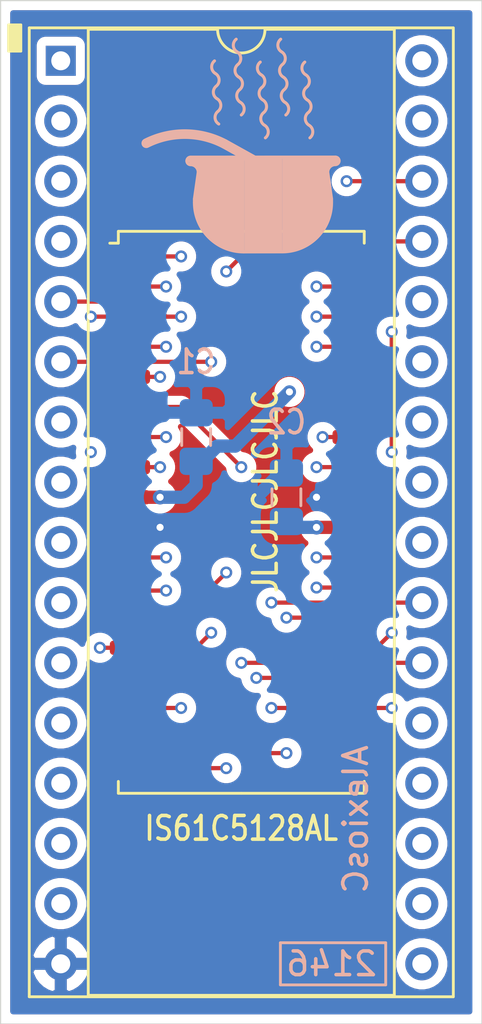
<source format=kicad_pcb>
(kicad_pcb (version 20171130) (host pcbnew 5.1.5+dfsg1-2build2)
  (title_block (title "CFT MEM Board") (rev 2119) (comment 1 MEM) (comment 2 "Hosts 512 kW to 9 MW of RAM and 512 kW of ROM."))
  (layers (0 F.Cu signal) (1 In1.Cu signal) (2 In2.Cu signal) (31 B.Cu signal) (34 B.Paste user) (35 F.Paste user) (36 B.SilkS user) (37 F.SilkS user) (38 B.Mask user) (39 F.Mask user) (44 Edge.Cuts user))
  (net 0 "")
  (net 1 GND)
  (net 2 +5V)
  (net 3 /DB15)
  (net 4 /DB14)
  (net 5 /DB13)
  (net 6 /DB12)
  (net 7 /DB11)
  (net 8 /DB10)
  (net 9 /DB9)
  (net 10 /DB8)
  (net 11 /~W)
  (net 12 /AB0)
  (net 13 /AB1)
  (net 14 /AB2)
  (net 15 /AB3)
  (net 16 /AB4)
  (net 17 /AB5)
  (net 18 /AB6)
  (net 19 /AB7)
  (net 20 /AB8)
  (net 21 /AB9)
  (net 22 /AB10)
  (net 23 /AB11)
  (net 24 /AB12)
  (net 25 /AB13)
  (net 26 /AB14)
  (net 27 /AB15)
  (net 28 /AB16)
  (net 29 /AB17)
  (net 30 /AB18)
  (net 31 /~R)
  (net 32 "Net-(U1-Pad36)")
  (net 33 "Net-(U1-Pad19)")
  (net 34 /~CE)
  (module alexios:SIGNATURE (layer B.Cu) (at 55.248 85.452 180)
    (fp_text reference REF** hide)
    (fp_text value SIGNATURESILK hide)
    (fp_arc (start 4.99929 6.501448) (end 4.79609 6.247448) (angle -110.3763446) (layer B.SilkS) (width 0.127))
    (fp_arc (start 4.73627 8.125144) (end 4.93947 8.379144) (angle -110.3764352) (layer B.SilkS) (width 0.127))
    (fp_arc (start 4.66458 7.059296) (end 4.86778 7.313296) (angle -110.3764352) (layer B.SilkS) (width 0.127))
    (fp_arc (start 5.07098 7.567296) (end 4.86778 7.313296) (angle -110.3763446) (layer B.SilkS) (width 0.127))
    (fp_arc (start 4.59289 5.993448) (end 4.79609 6.247448) (angle -110.3764352) (layer B.SilkS) (width 0.127))
    (fp_arc (start 3.06889 6.450648) (end 2.86569 6.196648) (angle -110.3763446) (layer B.SilkS) (width 0.127))
    (fp_arc (start 4.15658 8.481696) (end 3.95338 8.227696) (angle -110.3763446) (layer B.SilkS) (width 0.127))
    (fp_arc (start 4.08489 7.415848) (end 3.88169 7.161848) (angle -110.3763446) (layer B.SilkS) (width 0.127))
    (fp_arc (start 2.80587 8.074344) (end 3.00907 8.328344) (angle -110.3764352) (layer B.SilkS) (width 0.127))
    (fp_arc (start 3.82187 9.039544) (end 4.02507 9.293544) (angle -110.3764352) (layer B.SilkS) (width 0.127))
    (fp_arc (start 4.0132 6.35) (end 3.81 6.096) (angle -110.3763446) (layer B.SilkS) (width 0.127))
    (fp_arc (start 3.67849 6.907848) (end 3.88169 7.161848) (angle -110.3764352) (layer B.SilkS) (width 0.127))
    (fp_arc (start 3.75018 7.973696) (end 3.95338 8.227696) (angle -110.3764352) (layer B.SilkS) (width 0.127))
    (fp_arc (start 2.73418 7.008496) (end 2.93738 7.262496) (angle -110.3764352) (layer B.SilkS) (width 0.127))
    (fp_arc (start 2.9972 5.3848) (end 2.794 5.1308) (angle -110.3763446) (layer B.SilkS) (width 0.127))
    (fp_arc (start 3.14058 7.516496) (end 2.93738 7.262496) (angle -110.3763446) (layer B.SilkS) (width 0.127))
    (fp_arc (start 2.66249 5.942648) (end 2.86569 6.196648) (angle -110.3764352) (layer B.SilkS) (width 0.127))
    (fp_arc (start 1.79889 6.907848) (end 2.00209 7.161848) (angle -110.3764352) (layer B.SilkS) (width 0.127))
    (fp_arc (start 2.20529 7.415848) (end 2.00209 7.161848) (angle -110.3763446) (layer B.SilkS) (width 0.127))
    (fp_arc (start 1.87058 7.973696) (end 2.07378 8.227696) (angle -110.3764352) (layer B.SilkS) (width 0.127))
    (fp_arc (start 2.27698 8.481696) (end 2.07378 8.227696) (angle -110.3763446) (layer B.SilkS) (width 0.127))
    (fp_arc (start 2.1336 6.35) (end 1.9304 6.096) (angle -110.3763446) (layer B.SilkS) (width 0.127))
    (fp_arc (start 1.94227 9.039544) (end 2.14547 9.293544) (angle -110.3764352) (layer B.SilkS) (width 0.127))
    (fp_arc (start 0.78289 5.942648) (end 0.98609 6.196648) (angle -110.3764352) (layer B.SilkS) (width 0.127))
    (fp_arc (start 1.18929 6.450648) (end 0.98609 6.196648) (angle -110.3763446) (layer B.SilkS) (width 0.127))
    (fp_arc (start 0.85458 7.008496) (end 1.05778 7.262496) (angle -110.3764352) (layer B.SilkS) (width 0.127))
    (fp_arc (start 1.26098 7.516496) (end 1.05778 7.262496) (angle -110.3763446) (layer B.SilkS) (width 0.127))
    (fp_arc (start 1.1176 5.3848) (end 0.9144 5.1308) (angle -110.3763446) (layer B.SilkS) (width 0.127))
    (fp_arc (start 0.92627 8.074344) (end 1.12947 8.328344) (angle -110.3764352) (layer B.SilkS) (width 0.127))
    (fp_line (start 3.7085 0.3174) (end 2.0803 0.32) (layer B.SilkS) (width 0.127))
    (fp_arc (start 5.9487 3.678) (end 5.9487 3.998) (angle 90) (layer B.SilkS) (width 0.127))
    (fp_line (start 5.7887 2.5577) (end 5.7887 2.3976) (layer B.SilkS) (width 0.127))
    (fp_arc (start 5.9487 4.158) (end 5.9487 4.318) (angle -90) (layer B.SilkS) (width 0.127))
    (fp_arc (start 5.9487 4.158) (end 6.1087 4.158) (angle -90) (layer B.SilkS) (width 0.127))
    (fp_line (start 5.6287 3.6779) (end 5.7887 2.5577) (layer B.SilkS) (width 0.127))
    (fp_arc (start 3.7085 2.3976) (end 5.7887 2.3976) (angle -90) (layer B.SilkS) (width 0.127))
    (fp_poly (pts (xy 2.0803 4.3205) (xy 3.6805 4.3205) (xy 3.6805 0.32) (xy 2.0803 0.32)) (layer B.SilkS) (width 0))
    (fp_poly (pts (xy 5.9207 4.3205) (xy 6.0807 4.1605) (xy 5.9207 4.0005) (xy 5.760682 3.957596) (xy 5.643554 3.840432) (xy 5.6007 3.6804) (xy 5.7607 2.5603) (xy 5.7607 2.4003) (xy 5.735088 2.074869) (xy 5.658883 1.757452) (xy 5.533961 1.455864) (xy 5.363398 1.17753) (xy 5.151394 0.929306) (xy 4.90317 0.717302) (xy 4.624836 0.546739) (xy 4.323248 0.421817) (xy 3.6804 0.32) (xy 3.6804 4.3205)) (layer B.SilkS) (width 0))
    (fp_poly (pts (xy -0.16 4.3205) (xy -0.32 4.1605) (xy -0.16 4.0005) (xy 0.000018 3.957596) (xy 0.16 3.6804) (xy 0 2.5603) (xy 0 2.4003) (xy 0.025612 2.074869) (xy 0.101817 1.757452) (xy 0.226739 1.455864) (xy 0.397302 1.17753) (xy 0.609306 0.929306) (xy 0.85753 0.717302) (xy 1.135864 0.546739) (xy 1.437452 0.421817) (xy 2.0803 0.32) (xy 2.0803 4.3205)) (layer B.SilkS) (width 0))
    (fp_arc (start 6.196603 1.6792) (end 4.5212 4.8768) (angle -54.37770508) (layer B.SilkS) (width 0.4064))
    (fp_line (start 3.1496 4.1148) (end 4.5212 4.8768) (layer B.SilkS) (width 0.4064))
    (fp_line (start 5.9487 4.318) (end -0.16 4.3205) (layer B.SilkS) (width 0.127))
    (fp_arc (start 2.0802 2.4001) (end 0 2.4001) (angle 90) (layer B.SilkS) (width 0.127))
    (fp_line (start 0 2.5602) (end 0 2.4001) (layer B.SilkS) (width 0.127))
    (fp_line (start 0.16 3.6804) (end 0 2.5602) (layer B.SilkS) (width 0.127))
    (fp_line (start 0.16 3.6805) (end 0.16 3.6804) (layer B.SilkS) (width 0.127))
    (fp_arc (start -0.16 3.6805) (end -0.16 4.0005) (angle -90) (layer B.SilkS) (width 0.127))
    (fp_arc (start -0.16 4.1605) (end -0.32 4.1605) (angle 90) (layer B.SilkS) (width 0.127))
    (fp_arc (start -0.16 4.1605) (end -0.16 4.3205) (angle 90) (layer B.SilkS) (width 0.127))
  )
  (module alexios:SMD_0805_2012Metric_Pad1.15x1.40mm_HandSolder (layer B.Cu) (at 49.533 92.945 90)
    (fp_text reference C1 (at 3.175 0 180) (layer B.SilkS) (effects (font (size 1 0.83)) (justify mirror)))
    (fp_text value 100nF)
    (fp_line (start 0.3556 -0.6096) (end -0.3556 -0.6096) (layer B.SilkS) (width 0.12))
    (fp_line (start 0.3556 0.6096) (end -0.3556 0.6096) (layer B.SilkS) (width 0.12))
    (pad 2 smd roundrect (at 1.025 0 90) (size 1.15 1.4) (layers B.Cu B.Paste B.Mask) (roundrect_rratio 0.217391) (net 1 GND))
    (pad 1 smd roundrect (at -1.025 0 90) (size 1.15 1.4) (layers B.Cu B.Paste B.Mask) (roundrect_rratio 0.217391) (net 2 +5V))
  )
  (module alexios:SMD_0805_2012Metric_Pad1.15x1.40mm_HandSolder (layer B.Cu) (at 53.343 95.485 90)
    (fp_text reference C2 (at 3.175 0 180) (layer B.SilkS) (effects (font (size 1 0.83)) (justify mirror)))
    (fp_text value 100nF)
    (fp_line (start 0.3556 -0.6096) (end -0.3556 -0.6096) (layer B.SilkS) (width 0.12))
    (fp_line (start 0.3556 0.6096) (end -0.3556 0.6096) (layer B.SilkS) (width 0.12))
    (pad 2 smd roundrect (at 1.025 0 90) (size 1.15 1.4) (layers B.Cu B.Paste B.Mask) (roundrect_rratio 0.217391) (net 1 GND))
    (pad 1 smd roundrect (at -1.025 0 90) (size 1.15 1.4) (layers B.Cu B.Paste B.Mask) (roundrect_rratio 0.217391) (net 2 +5V))
  )
  (module alexios:DIP-32_W15.24mm_Socketed_IC (layer F.Cu) (at 43.818 77.07)
    (fp_text reference U2 hide)
    (fp_text value AS6C4008-55PCN)
    (fp_poly (pts (xy -2.21 -1.524) (xy -2.21 -0.399) (xy -1.6764 -0.399) (xy -1.6764 -1.524)) (layer F.SilkS) (width 0.1))
    (fp_line (start 16.57 -1.39) (end -1.33 -1.39) (layer F.SilkS) (width 0.12))
    (fp_line (start 16.57 39.49) (end 16.57 -1.39) (layer F.SilkS) (width 0.12))
    (fp_line (start -1.33 39.49) (end 16.57 39.49) (layer F.SilkS) (width 0.12))
    (fp_line (start -1.33 -1.39) (end -1.33 39.49) (layer F.SilkS) (width 0.12))
    (fp_line (start 14.08 -1.33) (end 8.62 -1.33) (layer F.SilkS) (width 0.12))
    (fp_line (start 14.08 39.43) (end 14.08 -1.33) (layer F.SilkS) (width 0.12))
    (fp_line (start 1.16 39.43) (end 14.08 39.43) (layer F.SilkS) (width 0.12))
    (fp_line (start 1.16 -1.33) (end 1.16 39.43) (layer F.SilkS) (width 0.12))
    (fp_line (start 6.62 -1.33) (end 1.16 -1.33) (layer F.SilkS) (width 0.12))
    (fp_arc (start 7.62 -1.33) (end 6.62 -1.33) (angle -180) (layer F.SilkS) (width 0.12))
    (pad 32 thru_hole oval (at 15.24 0) (size 1.397 1.397) (drill 0.8) (layers *.Cu *.Mask) (net 2 +5V))
    (pad 16 thru_hole oval (at 0 38.1) (size 1.397 1.397) (drill 0.8) (layers *.Cu *.Mask) (net 1 GND))
    (pad 31 thru_hole oval (at 15.24 2.54) (size 1.397 1.397) (drill 0.8) (layers *.Cu *.Mask) (net 27 /AB15))
    (pad 15 thru_hole oval (at 0 35.56) (size 1.397 1.397) (drill 0.8) (layers *.Cu *.Mask) (net 8 /DB10))
    (pad 30 thru_hole oval (at 15.24 5.08) (size 1.397 1.397) (drill 0.8) (layers *.Cu *.Mask) (net 29 /AB17))
    (pad 14 thru_hole oval (at 0 33.02) (size 1.397 1.397) (drill 0.8) (layers *.Cu *.Mask) (net 9 /DB9))
    (pad 29 thru_hole oval (at 15.24 7.62) (size 1.397 1.397) (drill 0.8) (layers *.Cu *.Mask) (net 11 /~W))
    (pad 13 thru_hole oval (at 0 30.48) (size 1.397 1.397) (drill 0.8) (layers *.Cu *.Mask) (net 10 /DB8))
    (pad 28 thru_hole oval (at 15.24 10.16) (size 1.397 1.397) (drill 0.8) (layers *.Cu *.Mask) (net 25 /AB13))
    (pad 12 thru_hole oval (at 0 27.94) (size 1.397 1.397) (drill 0.8) (layers *.Cu *.Mask) (net 12 /AB0))
    (pad 27 thru_hole oval (at 15.24 12.7) (size 1.397 1.397) (drill 0.8) (layers *.Cu *.Mask) (net 20 /AB8))
    (pad 11 thru_hole oval (at 0 25.4) (size 1.397 1.397) (drill 0.8) (layers *.Cu *.Mask) (net 13 /AB1))
    (pad 26 thru_hole oval (at 15.24 15.24) (size 1.397 1.397) (drill 0.8) (layers *.Cu *.Mask) (net 21 /AB9))
    (pad 10 thru_hole oval (at 0 22.86) (size 1.397 1.397) (drill 0.8) (layers *.Cu *.Mask) (net 14 /AB2))
    (pad 25 thru_hole oval (at 15.24 17.78) (size 1.397 1.397) (drill 0.8) (layers *.Cu *.Mask) (net 23 /AB11))
    (pad 9 thru_hole oval (at 0 20.32) (size 1.397 1.397) (drill 0.8) (layers *.Cu *.Mask) (net 15 /AB3))
    (pad 24 thru_hole oval (at 15.24 20.32) (size 1.397 1.397) (drill 0.8) (layers *.Cu *.Mask) (net 31 /~R))
    (pad 8 thru_hole oval (at 0 17.78) (size 1.397 1.397) (drill 0.8) (layers *.Cu *.Mask) (net 16 /AB4))
    (pad 23 thru_hole oval (at 15.24 22.86) (size 1.397 1.397) (drill 0.8) (layers *.Cu *.Mask) (net 22 /AB10))
    (pad 7 thru_hole oval (at 0 15.24) (size 1.397 1.397) (drill 0.8) (layers *.Cu *.Mask) (net 17 /AB5))
    (pad 22 thru_hole oval (at 15.24 25.4) (size 1.397 1.397) (drill 0.8) (layers *.Cu *.Mask) (net 34 /~CE))
    (pad 6 thru_hole oval (at 0 12.7) (size 1.397 1.397) (drill 0.8) (layers *.Cu *.Mask) (net 18 /AB6))
    (pad 21 thru_hole oval (at 15.24 27.94) (size 1.397 1.397) (drill 0.8) (layers *.Cu *.Mask) (net 3 /DB15))
    (pad 5 thru_hole oval (at 0 10.16) (size 1.397 1.397) (drill 0.8) (layers *.Cu *.Mask) (net 19 /AB7))
    (pad 20 thru_hole oval (at 15.24 30.48) (size 1.397 1.397) (drill 0.8) (layers *.Cu *.Mask) (net 4 /DB14))
    (pad 4 thru_hole oval (at 0 7.62) (size 1.397 1.397) (drill 0.8) (layers *.Cu *.Mask) (net 24 /AB12))
    (pad 19 thru_hole oval (at 15.24 33.02) (size 1.397 1.397) (drill 0.8) (layers *.Cu *.Mask) (net 5 /DB13))
    (pad 3 thru_hole oval (at 0 5.08) (size 1.397 1.397) (drill 0.8) (layers *.Cu *.Mask) (net 26 /AB14))
    (pad 18 thru_hole oval (at 15.24 35.56) (size 1.397 1.397) (drill 0.8) (layers *.Cu *.Mask) (net 6 /DB12))
    (pad 2 thru_hole oval (at 0 2.54) (size 1.397 1.397) (drill 0.8) (layers *.Cu *.Mask) (net 28 /AB16))
    (pad 17 thru_hole oval (at 15.24 38.1) (size 1.397 1.397) (drill 0.8) (layers *.Cu *.Mask) (net 7 /DB11))
    (pad 1 thru_hole rect (at 0 0) (size 1.27 1.27) (drill 0.8) (layers *.Cu *.Mask) (net 30 /AB18))
  )
  (module Package_SO:SOJ-36_10.16x23.49mm_P1.27mm (layer F.Cu) (at 51.438 96.12)
    (fp_text reference U1 (at 0 -13.335) (layer F.SilkS))
    (fp_text value IS61C5128AL (at 0 13.335) (layer F.SilkS) (effects (font (size 1 0.83))))
    (fp_line (start 0 11.855) (end 5.19 11.855) (layer F.SilkS) (width 0.12))
    (fp_line (start 5.19 11.855) (end 5.19 11.355) (layer F.SilkS) (width 0.12))
    (fp_line (start 0 11.855) (end -5.19 11.855) (layer F.SilkS) (width 0.12))
    (fp_line (start -5.19 11.855) (end -5.19 11.355) (layer F.SilkS) (width 0.12))
    (fp_line (start 0 -11.855) (end 5.19 -11.855) (layer F.SilkS) (width 0.12))
    (fp_line (start 5.19 -11.855) (end 5.19 -11.355) (layer F.SilkS) (width 0.12))
    (fp_line (start 0 -11.855) (end -5.19 -11.855) (layer F.SilkS) (width 0.12))
    (fp_line (start -5.19 -11.855) (end -5.19 -11.355) (layer F.SilkS) (width 0.12))
    (fp_line (start -5.19 -11.355) (end -5.55 -11.355) (layer F.SilkS) (width 0.12))
    (pad 1 smd roundrect (at -4.7 -10.795) (size 1.7 0.6) (layers F.Cu F.Paste F.Mask) (net 12 /AB0))
    (pad 2 smd roundrect (at -4.7 -9.525) (size 1.7 0.6) (layers F.Cu F.Paste F.Mask) (net 13 /AB1))
    (pad 3 smd roundrect (at -4.7 -8.255) (size 1.7 0.6) (layers F.Cu F.Paste F.Mask) (net 14 /AB2))
    (pad 4 smd roundrect (at -4.7 -6.985) (size 1.7 0.6) (layers F.Cu F.Paste F.Mask) (net 15 /AB3))
    (pad 5 smd roundrect (at -4.7 -5.715) (size 1.7 0.6) (layers F.Cu F.Paste F.Mask) (net 16 /AB4))
    (pad 6 smd roundrect (at -4.7 -4.445) (size 1.7 0.6) (layers F.Cu F.Paste F.Mask) (net 34 /~CE))
    (pad 7 smd roundrect (at -4.7 -3.175) (size 1.7 0.6) (layers F.Cu F.Paste F.Mask) (net 10 /DB8))
    (pad 8 smd roundrect (at -4.7 -1.905) (size 1.7 0.6) (layers F.Cu F.Paste F.Mask) (net 9 /DB9))
    (pad 9 smd roundrect (at -4.7 -0.635) (size 1.7 0.6) (layers F.Cu F.Paste F.Mask) (net 2 +5V))
    (pad 10 smd roundrect (at -4.7 0.635) (size 1.7 0.6) (layers F.Cu F.Paste F.Mask) (net 1 GND))
    (pad 11 smd roundrect (at -4.7 1.905) (size 1.7 0.6) (layers F.Cu F.Paste F.Mask) (net 8 /DB10))
    (pad 12 smd roundrect (at -4.7 3.175) (size 1.7 0.6) (layers F.Cu F.Paste F.Mask) (net 7 /DB11))
    (pad 13 smd roundrect (at -4.7 4.445) (size 1.7 0.6) (layers F.Cu F.Paste F.Mask) (net 11 /~W))
    (pad 14 smd roundrect (at -4.7 5.715) (size 1.7 0.6) (layers F.Cu F.Paste F.Mask) (net 17 /AB5))
    (pad 15 smd roundrect (at -4.7 6.985) (size 1.7 0.6) (layers F.Cu F.Paste F.Mask) (net 18 /AB6))
    (pad 16 smd roundrect (at -4.7 8.255) (size 1.7 0.6) (layers F.Cu F.Paste F.Mask) (net 19 /AB7))
    (pad 17 smd roundrect (at -4.7 9.525) (size 1.7 0.6) (layers F.Cu F.Paste F.Mask) (net 20 /AB8))
    (pad 18 smd roundrect (at -4.7 10.795) (size 1.7 0.6) (layers F.Cu F.Paste F.Mask) (net 21 /AB9))
    (pad 19 smd roundrect (at 4.7 10.795) (size 1.7 0.6) (layers F.Cu F.Paste F.Mask) (net 33 "Net-(U1-Pad19)"))
    (pad 20 smd roundrect (at 4.7 9.525) (size 1.7 0.6) (layers F.Cu F.Paste F.Mask) (net 22 /AB10))
    (pad 21 smd roundrect (at 4.7 8.255) (size 1.7 0.6) (layers F.Cu F.Paste F.Mask) (net 23 /AB11))
    (pad 22 smd roundrect (at 4.7 6.985) (size 1.7 0.6) (layers F.Cu F.Paste F.Mask) (net 24 /AB12))
    (pad 23 smd roundrect (at 4.7 5.715) (size 1.7 0.6) (layers F.Cu F.Paste F.Mask) (net 25 /AB13))
    (pad 24 smd roundrect (at 4.7 4.445) (size 1.7 0.6) (layers F.Cu F.Paste F.Mask) (net 26 /AB14))
    (pad 25 smd roundrect (at 4.7 3.175) (size 1.7 0.6) (layers F.Cu F.Paste F.Mask) (net 6 /DB12))
    (pad 26 smd roundrect (at 4.7 1.905) (size 1.7 0.6) (layers F.Cu F.Paste F.Mask) (net 5 /DB13))
    (pad 27 smd roundrect (at 4.7 0.635) (size 1.7 0.6) (layers F.Cu F.Paste F.Mask) (net 2 +5V))
    (pad 28 smd roundrect (at 4.7 -0.635) (size 1.7 0.6) (layers F.Cu F.Paste F.Mask) (net 1 GND))
    (pad 29 smd roundrect (at 4.7 -1.905) (size 1.7 0.6) (layers F.Cu F.Paste F.Mask) (net 4 /DB14))
    (pad 30 smd roundrect (at 4.7 -3.175) (size 1.7 0.6) (layers F.Cu F.Paste F.Mask) (net 3 /DB15))
    (pad 31 smd roundrect (at 4.7 -4.445) (size 1.7 0.6) (layers F.Cu F.Paste F.Mask) (net 31 /~R))
    (pad 32 smd roundrect (at 4.7 -5.715) (size 1.7 0.6) (layers F.Cu F.Paste F.Mask) (net 27 /AB15))
    (pad 33 smd roundrect (at 4.7 -6.985) (size 1.7 0.6) (layers F.Cu F.Paste F.Mask) (net 28 /AB16))
    (pad 34 smd roundrect (at 4.7 -8.255) (size 1.7 0.6) (layers F.Cu F.Paste F.Mask) (net 29 /AB17))
    (pad 35 smd roundrect (at 4.7 -9.525) (size 1.7 0.6) (layers F.Cu F.Paste F.Mask) (net 30 /AB18))
    (pad 36 smd roundrect (at 4.7 -10.795) (size 1.7 0.6) (layers F.Cu F.Paste F.Mask) (net 32 "Net-(U1-Pad36)"))
  )
  (gr_text AlexiosC (at 56.264 109.074 90) (layer B.SilkS) (effects (font (size 1 1)) (justify mirror)))
  (gr_line (start 53.089 116.059) (end 53.089 114.281) (layer B.SilkS) (width 0.12))
  (gr_line (start 57.534 116.059) (end 53.089 116.059) (layer B.SilkS) (width 0.12))
  (gr_line (start 57.534 114.281) (end 57.534 116.059) (layer B.SilkS) (width 0.12))
  (gr_line (start 53.089 114.281) (end 57.534 114.281) (layer B.SilkS) (width 0.12))
  (gr_text JLCJLCJLCJLC (at 52.454 95.231 90) (layer F.SilkS) (effects (font (size 1 0.83))))
  (gr_text 2146 (at 55.248 115.17) (layer B.SilkS) (effects (font (size 1 1)) (justify mirror)))
  (gr_line (start 61.598 74.53) (end 41.278 74.53) (layer Edge.Cuts) (width 0.05))
  (gr_line (start 41.278 117.71) (end 61.598 117.71) (layer Edge.Cuts) (width 0.05))
  (gr_line (start 61.598 117.71) (end 61.598 74.53) (layer Edge.Cuts) (width 0.05))
  (gr_line (start 41.278 74.53) (end 41.278 117.71) (layer Edge.Cuts) (width 0.05))
  (segment (start 53.098 94.46) (end 51.438 96.12) (width 0.5588) (layer B.Cu) (net 1))
  (segment (start 53.343 94.46) (end 53.098 94.46) (width 0.1778) (layer B.Cu) (net 1))
  (via (at 48.009 96.755) (size 0.6096) (drill 0.3) (layers F.Cu B.Cu) (net 1))
  (via (at 54.613 95.485) (size 0.6096) (drill 0.3) (layers F.Cu B.Cu) (net 1))
  (segment (start 56.138 95.485) (end 54.613 95.485) (width 0.1778) (layer F.Cu) (net 1))
  (segment (start 46.738 96.755) (end 48.009 96.755) (width 0.5588) (layer F.Cu) (net 1))
  (segment (start 49.533 94.977) (end 49.025 95.485) (width 0.5588) (layer B.Cu) (net 2))
  (segment (start 51.184 93.326) (end 53.47 91.04) (width 0.5588) (layer B.Cu) (net 2))
  (segment (start 49.025 95.485) (end 48.009006 95.485) (width 0.5588) (layer B.Cu) (net 2))
  (segment (start 49.533 94.215) (end 49.533 94.977) (width 0.5588) (layer B.Cu) (net 2))
  (via (at 54.613 96.755) (size 0.6096) (drill 0.3) (layers F.Cu B.Cu) (net 2))
  (segment (start 49.778 93.97) (end 50.422 93.326) (width 0.5588) (layer B.Cu) (net 2))
  (segment (start 46.738 95.485) (end 48.009006 95.485) (width 0.5588) (layer F.Cu) (net 2))
  (segment (start 50.422 93.326) (end 51.184 93.326) (width 0.5588) (layer B.Cu) (net 2))
  (via (at 48.009006 95.485) (size 0.6096) (drill 0.3) (layers F.Cu B.Cu) (net 2))
  (segment (start 56.138 96.755) (end 54.613 96.755) (width 0.5588) (layer F.Cu) (net 2))
  (segment (start 54.613 96.755) (end 53.343 96.755) (width 0.5588) (layer B.Cu) (net 2))
  (via (at 53.47 91.04) (size 0.508) (drill 0.3) (layers F.Cu B.Cu) (net 2))
  (segment (start 56.138 92.945) (end 54.867 92.945) (width 0.1778) (layer F.Cu) (net 3))
  (via (at 54.867 92.945) (size 0.508) (drill 0.3) (layers F.Cu B.Cu) (net 3))
  (via (at 54.613 94.215) (size 0.508) (drill 0.3) (layers F.Cu B.Cu) (net 4))
  (segment (start 56.138 94.215) (end 54.613 94.215) (width 0.1778) (layer F.Cu) (net 4))
  (via (at 54.613 98.025) (size 0.508) (drill 0.3) (layers F.Cu B.Cu) (net 5))
  (segment (start 56.138 98.025) (end 54.613 98.025) (width 0.1778) (layer F.Cu) (net 5))
  (via (at 54.613 99.295) (size 0.508) (drill 0.3) (layers F.Cu B.Cu) (net 6))
  (segment (start 56.138 99.295) (end 54.613 99.295) (width 0.1778) (layer F.Cu) (net 6))
  (segment (start 46.865 99.422) (end 48.263 99.422) (width 0.1778) (layer F.Cu) (net 7))
  (segment (start 46.738 99.295) (end 46.865 99.422) (width 0.1778) (layer F.Cu) (net 7))
  (via (at 48.263 99.422) (size 0.508) (drill 0.3) (layers F.Cu B.Cu) (net 7))
  (via (at 48.263 98.025) (size 0.508) (drill 0.3) (layers F.Cu B.Cu) (net 8))
  (segment (start 46.738 98.025) (end 48.263 98.025) (width 0.1778) (layer F.Cu) (net 8))
  (via (at 48.009 94.215) (size 0.508) (drill 0.3) (layers F.Cu B.Cu) (net 9))
  (segment (start 46.738 94.215) (end 48.009 94.215) (width 0.1778) (layer F.Cu) (net 9))
  (via (at 48.263 92.945) (size 0.508) (drill 0.3) (layers F.Cu B.Cu) (net 10))
  (segment (start 46.738 92.945) (end 48.263 92.945) (width 0.1778) (layer F.Cu) (net 10))
  (segment (start 57.153 84.055) (end 52.708 84.055) (width 0.1778) (layer F.Cu) (net 11))
  (segment (start 48.898 100.565) (end 50.803 98.66) (width 0.1778) (layer F.Cu) (net 11))
  (via (at 50.803 98.66) (size 0.508) (drill 0.3) (layers F.Cu B.Cu) (net 11))
  (segment (start 46.738 100.565) (end 48.898 100.565) (width 0.1778) (layer F.Cu) (net 11))
  (segment (start 52.708 84.055) (end 50.803 85.96) (width 0.1778) (layer F.Cu) (net 11))
  (segment (start 57.788 84.69) (end 57.153 84.055) (width 0.1778) (layer F.Cu) (net 11))
  (via (at 50.803 85.96) (size 0.508) (drill 0.3) (layers F.Cu B.Cu) (net 11))
  (segment (start 59.058 84.69) (end 57.788 84.69) (width 0.1778) (layer F.Cu) (net 11))
  (segment (start 46.738 85.325) (end 48.898 85.325) (width 0.1778) (layer F.Cu) (net 12))
  (via (at 48.898 85.325) (size 0.508) (drill 0.3) (layers F.Cu B.Cu) (net 12))
  (via (at 45.088 93.58) (size 0.508) (drill 0.3) (layers F.Cu B.Cu) (net 13))
  (segment (start 46.738 86.595) (end 48.263 86.595) (width 0.1778) (layer F.Cu) (net 13))
  (via (at 48.263 86.595) (size 0.508) (drill 0.3) (layers F.Cu B.Cu) (net 13))
  (via (at 45.088 87.865) (size 0.508) (drill 0.3) (layers F.Cu B.Cu) (net 14))
  (segment (start 46.738 87.865) (end 45.088 87.865) (width 0.1778) (layer F.Cu) (net 14))
  (via (at 48.263 89.135) (size 0.508) (drill 0.3) (layers F.Cu B.Cu) (net 15))
  (segment (start 46.738 89.135) (end 48.263 89.135) (width 0.1778) (layer F.Cu) (net 15))
  (via (at 48.009 90.405) (size 0.508) (drill 0.3) (layers F.Cu B.Cu) (net 16))
  (segment (start 46.738 90.405) (end 48.009 90.405) (width 0.1778) (layer F.Cu) (net 16))
  (via (at 45.469 101.835) (size 0.508) (drill 0.3) (layers F.Cu B.Cu) (net 17))
  (segment (start 46.738 101.835) (end 45.723 101.835) (width 0.1778) (layer F.Cu) (net 17))
  (via (at 50.168 89.77) (size 0.508) (drill 0.3) (layers F.Cu B.Cu) (net 18))
  (segment (start 50.168 89.77) (end 43.818 89.77) (width 0.1778) (layer F.Cu) (net 18))
  (via (at 50.168 101.2) (size 0.508) (drill 0.3) (layers F.Cu B.Cu) (net 18))
  (segment (start 46.738 103.105) (end 48.263 103.105) (width 0.1778) (layer F.Cu) (net 18))
  (segment (start 48.263 103.105) (end 50.168 101.2) (width 0.1778) (layer F.Cu) (net 18))
  (segment (start 43.818 87.23) (end 47.628 87.23) (width 0.1778) (layer F.Cu) (net 19))
  (segment (start 47.628 87.23) (end 48.263 87.865) (width 0.1778) (layer F.Cu) (net 19))
  (segment (start 48.263 87.865) (end 48.898 87.865) (width 0.1778) (layer F.Cu) (net 19))
  (via (at 48.898 87.865) (size 0.508) (drill 0.3) (layers F.Cu B.Cu) (net 19))
  (segment (start 46.738 104.375) (end 48.898 104.375) (width 0.1778) (layer F.Cu) (net 19))
  (via (at 48.898 104.375) (size 0.508) (drill 0.3) (layers F.Cu B.Cu) (net 19))
  (segment (start 51.438 106.28) (end 53.343 106.28) (width 0.1778) (layer F.Cu) (net 20))
  (segment (start 46.738 105.645) (end 50.803 105.645) (width 0.1778) (layer F.Cu) (net 20))
  (via (at 53.343 106.28) (size 0.508) (drill 0.3) (layers F.Cu B.Cu) (net 20))
  (segment (start 50.803 105.645) (end 51.438 106.28) (width 0.1778) (layer F.Cu) (net 20))
  (via (at 50.803008 106.915) (size 0.508) (drill 0.3) (layers F.Cu B.Cu) (net 21))
  (segment (start 46.738 106.915) (end 50.803008 106.915) (width 0.1778) (layer F.Cu) (net 21))
  (segment (start 54.613 105.645) (end 53.343 104.375) (width 0.1778) (layer F.Cu) (net 22))
  (via (at 52.708 104.375) (size 0.508) (drill 0.3) (layers F.Cu B.Cu) (net 22))
  (segment (start 56.138 105.645) (end 54.613 105.645) (width 0.1778) (layer F.Cu) (net 22))
  (segment (start 59.058 99.93) (end 52.708 99.93) (width 0.1778) (layer F.Cu) (net 22))
  (segment (start 53.343 104.375) (end 52.708 104.375) (width 0.1778) (layer F.Cu) (net 22))
  (via (at 52.708 99.93) (size 0.508) (drill 0.3) (layers F.Cu B.Cu) (net 22))
  (segment (start 56.138 104.375) (end 57.788 104.375) (width 0.1778) (layer F.Cu) (net 23))
  (via (at 57.788 104.375) (size 0.508) (drill 0.3) (layers F.Cu B.Cu) (net 23))
  (via (at 52.073 103.105) (size 0.508) (drill 0.3) (layers F.Cu B.Cu) (net 24))
  (segment (start 56.138 103.105) (end 52.073 103.105) (width 0.1778) (layer F.Cu) (net 24))
  (segment (start 56.138 101.835) (end 57.153 101.835) (width 0.1778) (layer F.Cu) (net 25))
  (via (at 57.788 101.2) (size 0.508) (drill 0.3) (layers F.Cu B.Cu) (net 25))
  (segment (start 57.153 101.835) (end 57.788 101.2) (width 0.1778) (layer F.Cu) (net 25))
  (segment (start 56.138 100.565) (end 53.343 100.565) (width 0.1778) (layer F.Cu) (net 26))
  (via (at 53.343 100.565) (size 0.508) (drill 0.3) (layers F.Cu B.Cu) (net 26))
  (segment (start 56.988 90.405) (end 57.788 89.605) (width 0.1778) (layer F.Cu) (net 27))
  (segment (start 57.788 89.605) (end 57.788 88.5) (width 0.1778) (layer F.Cu) (net 27))
  (segment (start 56.138 90.405) (end 56.988 90.405) (width 0.1778) (layer F.Cu) (net 27))
  (via (at 57.788 88.5) (size 0.508) (drill 0.3) (layers F.Cu B.Cu) (net 27))
  (via (at 54.613 89.135) (size 0.508) (drill 0.3) (layers F.Cu B.Cu) (net 28))
  (segment (start 56.138 89.135) (end 54.613 89.135) (width 0.1778) (layer F.Cu) (net 28))
  (via (at 55.883 82.15) (size 0.508) (drill 0.3) (layers F.Cu B.Cu) (net 29))
  (via (at 54.613 87.865) (size 0.508) (drill 0.3) (layers F.Cu B.Cu) (net 29))
  (segment (start 59.058 82.15) (end 55.883 82.15) (width 0.1778) (layer F.Cu) (net 29))
  (segment (start 56.138 87.865) (end 54.613 87.865) (width 0.1778) (layer F.Cu) (net 29))
  (via (at 54.613 86.595) (size 0.508) (drill 0.3) (layers F.Cu B.Cu) (net 30))
  (segment (start 56.138 86.595) (end 54.613 86.595) (width 0.1778) (layer F.Cu) (net 30))
  (segment (start 56.138 91.675) (end 57.153 91.675) (width 0.1778) (layer F.Cu) (net 31))
  (segment (start 57.153 91.675) (end 57.788 92.31) (width 0.1778) (layer F.Cu) (net 31))
  (segment (start 57.788 92.31) (end 57.788 93.58) (width 0.1778) (layer F.Cu) (net 31))
  (via (at 57.788 93.58) (size 0.508) (drill 0.3) (layers F.Cu B.Cu) (net 31))
  (segment (start 46.738 91.675) (end 48.89802 91.675) (width 0.1778) (layer F.Cu) (net 34))
  (segment (start 48.89802 91.675) (end 51.43802 94.215) (width 0.1778) (layer F.Cu) (net 34))
  (via (at 51.43802 94.215) (size 0.508) (drill 0.3) (layers F.Cu B.Cu) (net 34))
  (segment (start 59.058 102.47) (end 51.438 102.47) (width 0.1778) (layer F.Cu) (net 34))
  (via (at 51.438 102.47) (size 0.508) (drill 0.3) (layers F.Cu B.Cu) (net 34))
  (zone (net 1) (net_name GND) (layer B.Cu) (connect_pads (clearance 0.381)) (min_thickness 0.254) (fill yes (arc_segments 32) (thermal_gap 0.508) (thermal_bridge_width 0.508))
    (polygon (pts (xy 61.598 117.71) (xy 41.278 117.71) (xy 41.278 74.53) (xy 61.598 74.53)))
  )
  (zone (net 1) (net_name GND) (layer F.Cu) (connect_pads (clearance 0.381)) (min_thickness 0.254) (fill yes (arc_segments 32) (thermal_gap 0.508) (thermal_bridge_width 0.508))
    (polygon (pts (xy 61.598 117.71) (xy 41.278 117.71) (xy 41.278 74.53) (xy 61.598 74.53)))
  )
)
</source>
